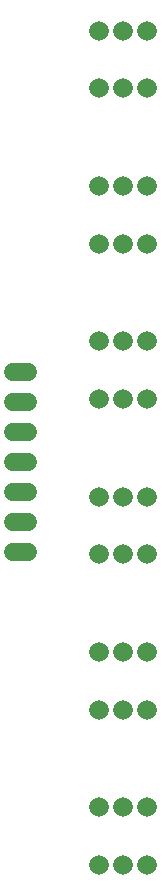
<source format=gbs>
G75*
%MOIN*%
%OFA0B0*%
%FSLAX25Y25*%
%IPPOS*%
%LPD*%
%AMOC8*
5,1,8,0,0,1.08239X$1,22.5*
%
%ADD10C,0.06540*%
%ADD11C,0.05950*%
D10*
X0049476Y0045291D03*
X0049476Y0064491D03*
X0057518Y0064491D03*
X0057518Y0045291D03*
X0065561Y0045291D03*
X0065561Y0064491D03*
X0065561Y0097063D03*
X0065561Y0116263D03*
X0065561Y0148835D03*
X0065561Y0168035D03*
X0065561Y0200606D03*
X0065561Y0219806D03*
X0065561Y0252378D03*
X0065561Y0271578D03*
X0065561Y0304150D03*
X0065561Y0323350D03*
X0057518Y0323350D03*
X0057518Y0304150D03*
X0049476Y0304150D03*
X0049476Y0323350D03*
X0049476Y0271578D03*
X0049476Y0252378D03*
X0057518Y0252378D03*
X0057518Y0271578D03*
X0057518Y0219806D03*
X0057518Y0200606D03*
X0049476Y0200606D03*
X0049476Y0219806D03*
X0049476Y0168035D03*
X0049476Y0148835D03*
X0057518Y0148835D03*
X0057518Y0168035D03*
X0057518Y0116263D03*
X0057518Y0097063D03*
X0049476Y0097063D03*
X0049476Y0116263D03*
D11*
X0025937Y0149425D02*
X0020787Y0149425D01*
X0020787Y0159425D02*
X0025937Y0159425D01*
X0025937Y0169425D02*
X0020787Y0169425D01*
X0020787Y0179425D02*
X0025937Y0179425D01*
X0025937Y0189425D02*
X0020787Y0189425D01*
X0020787Y0199425D02*
X0025937Y0199425D01*
X0025937Y0209425D02*
X0020787Y0209425D01*
M02*

</source>
